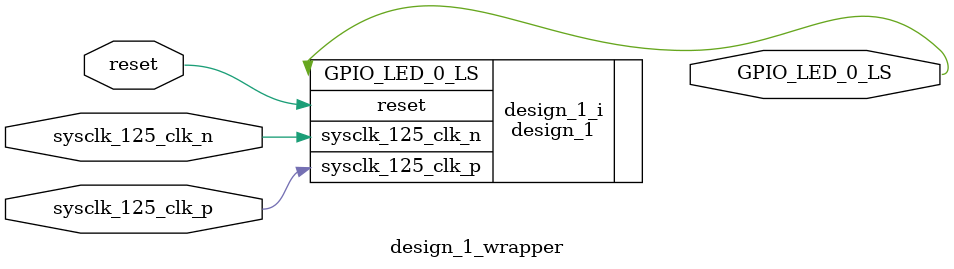
<source format=v>
`timescale 1 ps / 1 ps

module design_1_wrapper
   (GPIO_LED_0_LS,
    reset,
    sysclk_125_clk_n,
    sysclk_125_clk_p);
  output [0:0]GPIO_LED_0_LS;
  input reset;
  input sysclk_125_clk_n;
  input sysclk_125_clk_p;

  wire [0:0]GPIO_LED_0_LS;
  wire reset;
  wire sysclk_125_clk_n;
  wire sysclk_125_clk_p;

  design_1 design_1_i
       (.GPIO_LED_0_LS(GPIO_LED_0_LS),
        .reset(reset),
        .sysclk_125_clk_n(sysclk_125_clk_n),
        .sysclk_125_clk_p(sysclk_125_clk_p));
endmodule

</source>
